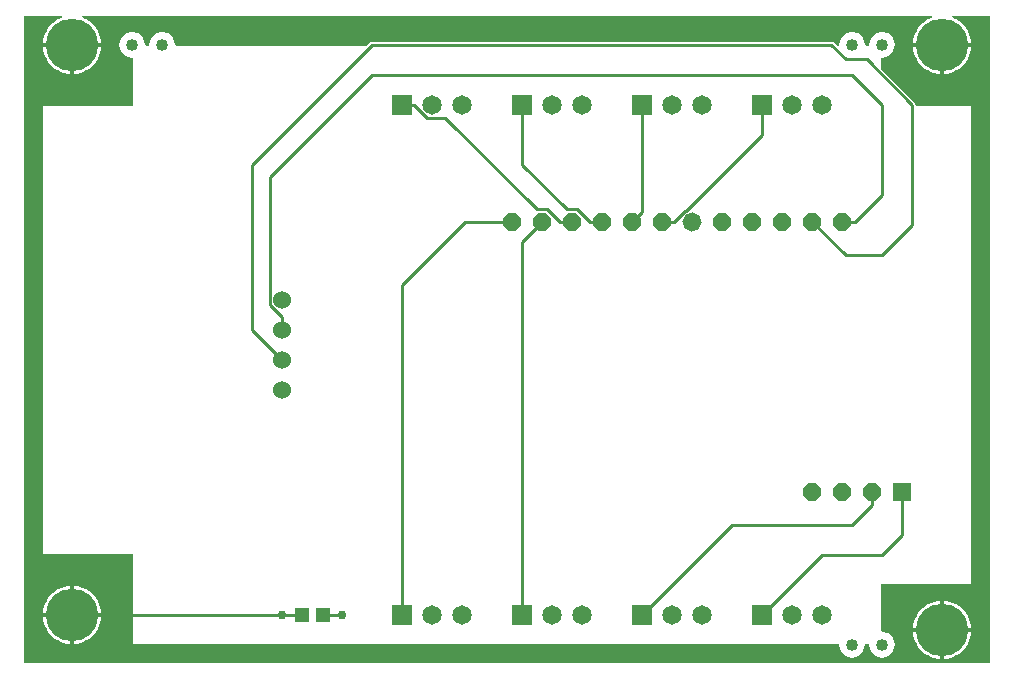
<source format=gbr>
G04 EAGLE Gerber RS-274X export*
G75*
%MOMM*%
%FSLAX34Y34*%
%LPD*%
%INTop Copper*%
%IPPOS*%
%AMOC8*
5,1,8,0,0,1.08239X$1,22.5*%
G01*
%ADD10C,1.530000*%
%ADD11R,1.651000X1.651000*%
%ADD12C,1.651000*%
%ADD13P,1.649562X8X202.500000*%
%ADD14R,1.524000X1.524000*%
%ADD15P,1.649562X8X356.700000*%
%ADD16C,1.016000*%
%ADD17C,4.445000*%
%ADD18R,1.143000X1.270000*%
%ADD19C,0.254000*%
%ADD20C,0.756400*%

G36*
X1107237Y836689D02*
X1107237Y836689D01*
X1107238Y836696D01*
X1107237Y836703D01*
X1107238Y836717D01*
X1107216Y836819D01*
X1107200Y836921D01*
X1107190Y836938D01*
X1107186Y836958D01*
X1107133Y837047D01*
X1107084Y837138D01*
X1107070Y837152D01*
X1107060Y837169D01*
X1106981Y837236D01*
X1106906Y837308D01*
X1106888Y837316D01*
X1106873Y837329D01*
X1106777Y837368D01*
X1106683Y837411D01*
X1106663Y837413D01*
X1106645Y837421D01*
X1106478Y837439D01*
X1075850Y837439D01*
X1075733Y837420D01*
X1075616Y837402D01*
X1075611Y837400D01*
X1075607Y837400D01*
X1075503Y837344D01*
X1075397Y837290D01*
X1075394Y837287D01*
X1075389Y837284D01*
X1075308Y837199D01*
X1075225Y837114D01*
X1075223Y837109D01*
X1075220Y837106D01*
X1075170Y836998D01*
X1075119Y836892D01*
X1075118Y836887D01*
X1075116Y836883D01*
X1075103Y836766D01*
X1075089Y836648D01*
X1075090Y836643D01*
X1075089Y836639D01*
X1075114Y836523D01*
X1075138Y836407D01*
X1075141Y836403D01*
X1075142Y836398D01*
X1075202Y836297D01*
X1075262Y836194D01*
X1075265Y836191D01*
X1075268Y836187D01*
X1075358Y836110D01*
X1075447Y836032D01*
X1075452Y836030D01*
X1075455Y836027D01*
X1075469Y836021D01*
X1075598Y835959D01*
X1076292Y835717D01*
X1078799Y834510D01*
X1081154Y833030D01*
X1083329Y831296D01*
X1085296Y829329D01*
X1087030Y827154D01*
X1088510Y824799D01*
X1089717Y822292D01*
X1090635Y819667D01*
X1091254Y816955D01*
X1091551Y814323D01*
X1067562Y814323D01*
X1067542Y814320D01*
X1067523Y814322D01*
X1067421Y814300D01*
X1067319Y814283D01*
X1067302Y814274D01*
X1067282Y814270D01*
X1067193Y814217D01*
X1067102Y814168D01*
X1067088Y814154D01*
X1067071Y814144D01*
X1067004Y814065D01*
X1066933Y813990D01*
X1066924Y813972D01*
X1066911Y813957D01*
X1066873Y813861D01*
X1066829Y813767D01*
X1066827Y813747D01*
X1066819Y813729D01*
X1066801Y813562D01*
X1066801Y812799D01*
X1066799Y812799D01*
X1066799Y813562D01*
X1066796Y813582D01*
X1066798Y813601D01*
X1066776Y813703D01*
X1066759Y813805D01*
X1066750Y813822D01*
X1066746Y813842D01*
X1066693Y813931D01*
X1066644Y814022D01*
X1066630Y814036D01*
X1066620Y814053D01*
X1066541Y814120D01*
X1066466Y814191D01*
X1066448Y814200D01*
X1066433Y814213D01*
X1066337Y814252D01*
X1066243Y814295D01*
X1066223Y814297D01*
X1066205Y814305D01*
X1066038Y814323D01*
X1042049Y814323D01*
X1042346Y816955D01*
X1042965Y819667D01*
X1043883Y822292D01*
X1045090Y824799D01*
X1046570Y827154D01*
X1048304Y829329D01*
X1050271Y831296D01*
X1052446Y833030D01*
X1054801Y834510D01*
X1057308Y835717D01*
X1058002Y835959D01*
X1058107Y836017D01*
X1058211Y836072D01*
X1058214Y836075D01*
X1058218Y836077D01*
X1058299Y836165D01*
X1058380Y836250D01*
X1058382Y836254D01*
X1058385Y836258D01*
X1058433Y836365D01*
X1058484Y836473D01*
X1058484Y836478D01*
X1058486Y836482D01*
X1058498Y836599D01*
X1058511Y836717D01*
X1058510Y836722D01*
X1058510Y836727D01*
X1058484Y836841D01*
X1058458Y836958D01*
X1058456Y836962D01*
X1058455Y836966D01*
X1058394Y837066D01*
X1058332Y837169D01*
X1058329Y837172D01*
X1058326Y837176D01*
X1058236Y837251D01*
X1058145Y837329D01*
X1058141Y837331D01*
X1058137Y837334D01*
X1058028Y837376D01*
X1057917Y837421D01*
X1057912Y837421D01*
X1057908Y837423D01*
X1057893Y837423D01*
X1057750Y837439D01*
X339250Y837439D01*
X339132Y837420D01*
X339016Y837402D01*
X339011Y837400D01*
X339007Y837400D01*
X338902Y837344D01*
X338797Y837290D01*
X338794Y837287D01*
X338790Y837284D01*
X338708Y837198D01*
X338625Y837114D01*
X338623Y837109D01*
X338620Y837106D01*
X338570Y836998D01*
X338519Y836892D01*
X338518Y836887D01*
X338517Y836883D01*
X338504Y836766D01*
X338489Y836648D01*
X338490Y836643D01*
X338489Y836639D01*
X338515Y836523D01*
X338538Y836407D01*
X338541Y836403D01*
X338542Y836398D01*
X338603Y836296D01*
X338662Y836194D01*
X338665Y836191D01*
X338668Y836187D01*
X338758Y836110D01*
X338847Y836032D01*
X338852Y836030D01*
X338855Y836027D01*
X338869Y836022D01*
X338998Y835959D01*
X339692Y835717D01*
X342199Y834510D01*
X344554Y833030D01*
X346729Y831296D01*
X348696Y829329D01*
X350430Y827154D01*
X351910Y824799D01*
X353117Y822292D01*
X354035Y819667D01*
X354654Y816955D01*
X354951Y814323D01*
X330962Y814323D01*
X330942Y814320D01*
X330923Y814322D01*
X330821Y814300D01*
X330719Y814283D01*
X330702Y814274D01*
X330682Y814270D01*
X330593Y814217D01*
X330502Y814168D01*
X330488Y814154D01*
X330471Y814144D01*
X330404Y814065D01*
X330333Y813990D01*
X330324Y813972D01*
X330311Y813957D01*
X330273Y813861D01*
X330229Y813767D01*
X330227Y813747D01*
X330219Y813729D01*
X330201Y813562D01*
X330201Y812799D01*
X330199Y812799D01*
X330199Y813562D01*
X330196Y813582D01*
X330198Y813601D01*
X330176Y813703D01*
X330159Y813805D01*
X330150Y813822D01*
X330146Y813842D01*
X330093Y813931D01*
X330044Y814022D01*
X330030Y814036D01*
X330020Y814053D01*
X329941Y814120D01*
X329866Y814191D01*
X329848Y814200D01*
X329833Y814213D01*
X329737Y814252D01*
X329643Y814295D01*
X329623Y814297D01*
X329605Y814305D01*
X329438Y814323D01*
X305449Y814323D01*
X305746Y816955D01*
X306365Y819667D01*
X307283Y822292D01*
X308490Y824799D01*
X309970Y827154D01*
X311704Y829329D01*
X313671Y831296D01*
X315846Y833030D01*
X318201Y834510D01*
X320708Y835717D01*
X321402Y835959D01*
X321507Y836017D01*
X321610Y836072D01*
X321614Y836075D01*
X321618Y836077D01*
X321699Y836165D01*
X321780Y836250D01*
X321782Y836254D01*
X321785Y836258D01*
X321833Y836365D01*
X321883Y836473D01*
X321884Y836478D01*
X321886Y836482D01*
X321897Y836599D01*
X321911Y836717D01*
X321910Y836722D01*
X321910Y836727D01*
X321884Y836841D01*
X321858Y836958D01*
X321856Y836962D01*
X321855Y836966D01*
X321793Y837067D01*
X321732Y837169D01*
X321729Y837172D01*
X321726Y837176D01*
X321636Y837252D01*
X321545Y837329D01*
X321541Y837331D01*
X321537Y837334D01*
X321429Y837376D01*
X321317Y837421D01*
X321312Y837421D01*
X321308Y837423D01*
X321293Y837423D01*
X321150Y837439D01*
X290322Y837439D01*
X290302Y837436D01*
X290283Y837438D01*
X290181Y837416D01*
X290079Y837400D01*
X290062Y837390D01*
X290042Y837386D01*
X289953Y837333D01*
X289862Y837284D01*
X289848Y837270D01*
X289831Y837260D01*
X289764Y837181D01*
X289692Y837106D01*
X289684Y837088D01*
X289671Y837073D01*
X289632Y836977D01*
X289589Y836883D01*
X289587Y836863D01*
X289579Y836845D01*
X289561Y836678D01*
X289561Y290322D01*
X289564Y290302D01*
X289562Y290283D01*
X289584Y290181D01*
X289600Y290079D01*
X289610Y290062D01*
X289614Y290042D01*
X289667Y289953D01*
X289716Y289862D01*
X289730Y289848D01*
X289740Y289831D01*
X289819Y289764D01*
X289894Y289692D01*
X289912Y289684D01*
X289927Y289671D01*
X290023Y289632D01*
X290117Y289589D01*
X290137Y289587D01*
X290155Y289579D01*
X290322Y289561D01*
X1106478Y289561D01*
X1106498Y289564D01*
X1106517Y289562D01*
X1106619Y289584D01*
X1106721Y289600D01*
X1106738Y289610D01*
X1106758Y289614D01*
X1106847Y289667D01*
X1106938Y289716D01*
X1106952Y289730D01*
X1106969Y289740D01*
X1107036Y289819D01*
X1107108Y289894D01*
X1107116Y289912D01*
X1107129Y289927D01*
X1107168Y290023D01*
X1107211Y290117D01*
X1107213Y290137D01*
X1107221Y290155D01*
X1107239Y290322D01*
X1107239Y836678D01*
X1107237Y836689D01*
G37*
%LPC*%
G36*
X381000Y761239D02*
X381000Y761239D01*
X381020Y761242D01*
X381039Y761240D01*
X381141Y761262D01*
X381243Y761279D01*
X381260Y761288D01*
X381280Y761292D01*
X381369Y761345D01*
X381460Y761394D01*
X381474Y761408D01*
X381491Y761418D01*
X381558Y761497D01*
X381630Y761572D01*
X381638Y761590D01*
X381651Y761605D01*
X381690Y761701D01*
X381733Y761795D01*
X381735Y761815D01*
X381743Y761833D01*
X381761Y762000D01*
X381761Y800930D01*
X381758Y800950D01*
X381760Y800970D01*
X381755Y800993D01*
X381756Y801017D01*
X381734Y801094D01*
X381722Y801173D01*
X381712Y801191D01*
X381708Y801210D01*
X381696Y801231D01*
X381689Y801254D01*
X381644Y801320D01*
X381606Y801390D01*
X381592Y801404D01*
X381582Y801421D01*
X381563Y801437D01*
X381550Y801457D01*
X381486Y801505D01*
X381428Y801560D01*
X381410Y801568D01*
X381395Y801581D01*
X381372Y801590D01*
X381353Y801605D01*
X381218Y801658D01*
X381205Y801663D01*
X381202Y801664D01*
X381197Y801666D01*
X375459Y803203D01*
X371403Y807259D01*
X369918Y812800D01*
X371403Y818341D01*
X375459Y822397D01*
X381000Y823882D01*
X386541Y822397D01*
X390597Y818341D01*
X392134Y812603D01*
X392152Y812563D01*
X392162Y812520D01*
X392203Y812452D01*
X392236Y812379D01*
X392265Y812347D01*
X392288Y812309D01*
X392349Y812257D01*
X392403Y812199D01*
X392441Y812178D01*
X392475Y812149D01*
X392549Y812119D01*
X392619Y812081D01*
X392662Y812074D01*
X392703Y812057D01*
X392848Y812041D01*
X392861Y812039D01*
X392865Y812039D01*
X392870Y812039D01*
X394530Y812039D01*
X394574Y812046D01*
X394617Y812044D01*
X394694Y812066D01*
X394773Y812079D01*
X394812Y812099D01*
X394854Y812111D01*
X394920Y812156D01*
X394990Y812194D01*
X395021Y812225D01*
X395057Y812250D01*
X395105Y812314D01*
X395160Y812372D01*
X395178Y812412D01*
X395205Y812447D01*
X395258Y812583D01*
X395263Y812595D01*
X395264Y812598D01*
X395266Y812603D01*
X396803Y818341D01*
X400859Y822397D01*
X406400Y823882D01*
X411941Y822397D01*
X415997Y818341D01*
X417534Y812603D01*
X417552Y812563D01*
X417562Y812520D01*
X417603Y812452D01*
X417636Y812379D01*
X417665Y812347D01*
X417688Y812309D01*
X417749Y812257D01*
X417803Y812199D01*
X417841Y812178D01*
X417875Y812149D01*
X417949Y812119D01*
X418019Y812081D01*
X418062Y812074D01*
X418103Y812057D01*
X418248Y812041D01*
X418261Y812039D01*
X418265Y812039D01*
X418270Y812039D01*
X579171Y812039D01*
X579261Y812054D01*
X579352Y812061D01*
X579382Y812073D01*
X579414Y812079D01*
X579495Y812121D01*
X579578Y812157D01*
X579611Y812183D01*
X579631Y812194D01*
X579653Y812217D01*
X579709Y812262D01*
X583042Y815595D01*
X974253Y815595D01*
X977586Y812262D01*
X977660Y812209D01*
X977729Y812149D01*
X977759Y812137D01*
X977786Y812118D01*
X977873Y812091D01*
X977957Y812057D01*
X977998Y812053D01*
X978021Y812046D01*
X978053Y812047D01*
X978124Y812039D01*
X978730Y812039D01*
X978774Y812046D01*
X978817Y812044D01*
X978894Y812066D01*
X978973Y812079D01*
X979012Y812099D01*
X979054Y812111D01*
X979120Y812156D01*
X979190Y812194D01*
X979221Y812225D01*
X979257Y812250D01*
X979305Y812314D01*
X979360Y812372D01*
X979378Y812412D01*
X979405Y812447D01*
X979458Y812583D01*
X979463Y812595D01*
X979464Y812598D01*
X979466Y812603D01*
X981003Y818341D01*
X985059Y822397D01*
X990600Y823882D01*
X996141Y822397D01*
X1000197Y818341D01*
X1001734Y812603D01*
X1001752Y812563D01*
X1001762Y812520D01*
X1001803Y812452D01*
X1001836Y812379D01*
X1001865Y812347D01*
X1001888Y812309D01*
X1001949Y812257D01*
X1002003Y812199D01*
X1002041Y812178D01*
X1002075Y812149D01*
X1002149Y812119D01*
X1002219Y812081D01*
X1002262Y812074D01*
X1002303Y812057D01*
X1002448Y812041D01*
X1002461Y812039D01*
X1002465Y812039D01*
X1002470Y812039D01*
X1004130Y812039D01*
X1004174Y812046D01*
X1004217Y812044D01*
X1004294Y812066D01*
X1004373Y812079D01*
X1004412Y812099D01*
X1004454Y812111D01*
X1004520Y812156D01*
X1004590Y812194D01*
X1004621Y812225D01*
X1004657Y812250D01*
X1004705Y812314D01*
X1004760Y812372D01*
X1004778Y812412D01*
X1004805Y812447D01*
X1004858Y812583D01*
X1004863Y812595D01*
X1004864Y812598D01*
X1004866Y812603D01*
X1006403Y818341D01*
X1010459Y822397D01*
X1016000Y823882D01*
X1021541Y822397D01*
X1025597Y818341D01*
X1027082Y812800D01*
X1025597Y807259D01*
X1021541Y803203D01*
X1015803Y801666D01*
X1015763Y801648D01*
X1015720Y801638D01*
X1015652Y801597D01*
X1015579Y801564D01*
X1015547Y801535D01*
X1015509Y801512D01*
X1015457Y801451D01*
X1015399Y801397D01*
X1015378Y801359D01*
X1015349Y801325D01*
X1015319Y801251D01*
X1015281Y801181D01*
X1015274Y801138D01*
X1015257Y801097D01*
X1015241Y800952D01*
X1015239Y800939D01*
X1015239Y800935D01*
X1015239Y800930D01*
X1015239Y792429D01*
X1015254Y792339D01*
X1015261Y792248D01*
X1015273Y792218D01*
X1015279Y792186D01*
X1015321Y792105D01*
X1015357Y792022D01*
X1015383Y791989D01*
X1015394Y791969D01*
X1015417Y791947D01*
X1015462Y791891D01*
X1044195Y763158D01*
X1044195Y762000D01*
X1044198Y761980D01*
X1044196Y761961D01*
X1044218Y761859D01*
X1044234Y761757D01*
X1044244Y761740D01*
X1044248Y761720D01*
X1044301Y761631D01*
X1044350Y761540D01*
X1044364Y761526D01*
X1044374Y761509D01*
X1044453Y761442D01*
X1044528Y761371D01*
X1044546Y761362D01*
X1044561Y761349D01*
X1044657Y761310D01*
X1044751Y761267D01*
X1044771Y761265D01*
X1044789Y761257D01*
X1044956Y761239D01*
X1091439Y761239D01*
X1091439Y356361D01*
X1016000Y356361D01*
X1015980Y356358D01*
X1015961Y356360D01*
X1015859Y356338D01*
X1015757Y356322D01*
X1015740Y356312D01*
X1015720Y356308D01*
X1015631Y356255D01*
X1015540Y356206D01*
X1015526Y356192D01*
X1015509Y356182D01*
X1015442Y356103D01*
X1015371Y356028D01*
X1015362Y356010D01*
X1015349Y355995D01*
X1015310Y355899D01*
X1015267Y355805D01*
X1015265Y355785D01*
X1015257Y355767D01*
X1015239Y355600D01*
X1015239Y316670D01*
X1015246Y316626D01*
X1015244Y316583D01*
X1015266Y316506D01*
X1015279Y316427D01*
X1015299Y316388D01*
X1015311Y316346D01*
X1015356Y316280D01*
X1015394Y316210D01*
X1015425Y316179D01*
X1015450Y316143D01*
X1015514Y316095D01*
X1015572Y316040D01*
X1015612Y316022D01*
X1015647Y315995D01*
X1015783Y315942D01*
X1015795Y315937D01*
X1015798Y315936D01*
X1015803Y315934D01*
X1021541Y314397D01*
X1025597Y310341D01*
X1027082Y304800D01*
X1025597Y299259D01*
X1021541Y295203D01*
X1016000Y293718D01*
X1010459Y295203D01*
X1006403Y299259D01*
X1004866Y304997D01*
X1004856Y305019D01*
X1004852Y305043D01*
X1004844Y305058D01*
X1004842Y305066D01*
X1004841Y305067D01*
X1004838Y305080D01*
X1004797Y305149D01*
X1004764Y305221D01*
X1004748Y305239D01*
X1004737Y305260D01*
X1004722Y305274D01*
X1004712Y305291D01*
X1004651Y305343D01*
X1004597Y305401D01*
X1004576Y305413D01*
X1004558Y305430D01*
X1004540Y305438D01*
X1004525Y305451D01*
X1004451Y305481D01*
X1004381Y305519D01*
X1004357Y305523D01*
X1004335Y305533D01*
X1004316Y305535D01*
X1004297Y305543D01*
X1004152Y305559D01*
X1004139Y305561D01*
X1004135Y305561D01*
X1004130Y305561D01*
X1002470Y305561D01*
X1002450Y305558D01*
X1002430Y305560D01*
X1002407Y305555D01*
X1002383Y305556D01*
X1002306Y305534D01*
X1002227Y305522D01*
X1002209Y305512D01*
X1002190Y305508D01*
X1002169Y305496D01*
X1002146Y305489D01*
X1002080Y305444D01*
X1002010Y305406D01*
X1001996Y305392D01*
X1001979Y305382D01*
X1001963Y305363D01*
X1001943Y305350D01*
X1001895Y305286D01*
X1001840Y305228D01*
X1001832Y305210D01*
X1001819Y305195D01*
X1001810Y305172D01*
X1001795Y305153D01*
X1001742Y305018D01*
X1001737Y305005D01*
X1001736Y305002D01*
X1001734Y304997D01*
X1000197Y299259D01*
X996141Y295203D01*
X990600Y293718D01*
X985059Y295203D01*
X981003Y299259D01*
X979466Y304997D01*
X979456Y305019D01*
X979452Y305043D01*
X979444Y305058D01*
X979442Y305066D01*
X979441Y305067D01*
X979438Y305080D01*
X979397Y305149D01*
X979364Y305221D01*
X979348Y305239D01*
X979337Y305260D01*
X979322Y305274D01*
X979312Y305291D01*
X979251Y305343D01*
X979197Y305401D01*
X979176Y305413D01*
X979158Y305430D01*
X979140Y305438D01*
X979125Y305451D01*
X979051Y305481D01*
X978981Y305519D01*
X978957Y305523D01*
X978935Y305533D01*
X978916Y305535D01*
X978897Y305543D01*
X978752Y305559D01*
X978739Y305561D01*
X978735Y305561D01*
X978730Y305561D01*
X381761Y305561D01*
X381761Y381000D01*
X381758Y381020D01*
X381760Y381039D01*
X381738Y381141D01*
X381722Y381243D01*
X381712Y381260D01*
X381708Y381280D01*
X381655Y381369D01*
X381606Y381460D01*
X381592Y381474D01*
X381582Y381491D01*
X381503Y381558D01*
X381428Y381630D01*
X381410Y381638D01*
X381395Y381651D01*
X381299Y381690D01*
X381205Y381733D01*
X381185Y381735D01*
X381167Y381743D01*
X381000Y381761D01*
X305561Y381761D01*
X305561Y761239D01*
X381000Y761239D01*
G37*
%LPD*%
%LPC*%
G36*
X1068323Y319023D02*
X1068323Y319023D01*
X1068323Y342251D01*
X1070955Y341954D01*
X1073628Y341344D01*
X1073667Y341335D01*
X1076292Y340417D01*
X1078799Y339210D01*
X1081154Y337730D01*
X1083329Y335996D01*
X1085296Y334029D01*
X1087030Y331854D01*
X1088510Y329499D01*
X1089717Y326992D01*
X1090635Y324367D01*
X1091254Y321655D01*
X1091551Y319023D01*
X1068323Y319023D01*
G37*
%LPD*%
%LPC*%
G36*
X331723Y331723D02*
X331723Y331723D01*
X331723Y354951D01*
X334355Y354654D01*
X335971Y354285D01*
X337067Y354035D01*
X339692Y353117D01*
X342199Y351910D01*
X344554Y350430D01*
X346729Y348696D01*
X348696Y346729D01*
X350430Y344554D01*
X351910Y342199D01*
X353117Y339692D01*
X354035Y337067D01*
X354654Y334355D01*
X354951Y331723D01*
X331723Y331723D01*
G37*
%LPD*%
%LPC*%
G36*
X1042049Y319023D02*
X1042049Y319023D01*
X1042346Y321655D01*
X1042965Y324367D01*
X1043883Y326992D01*
X1045090Y329499D01*
X1046570Y331854D01*
X1048304Y334029D01*
X1050271Y335996D01*
X1052446Y337730D01*
X1054801Y339210D01*
X1057308Y340417D01*
X1059933Y341335D01*
X1062645Y341954D01*
X1065277Y342251D01*
X1065277Y319023D01*
X1042049Y319023D01*
G37*
%LPD*%
%LPC*%
G36*
X305449Y331723D02*
X305449Y331723D01*
X305746Y334355D01*
X306365Y337067D01*
X307283Y339692D01*
X308490Y342199D01*
X309970Y344554D01*
X311704Y346729D01*
X313671Y348696D01*
X315846Y350430D01*
X318201Y351910D01*
X320708Y353117D01*
X323333Y354035D01*
X326045Y354654D01*
X328677Y354951D01*
X328677Y331723D01*
X305449Y331723D01*
G37*
%LPD*%
%LPC*%
G36*
X1068323Y315977D02*
X1068323Y315977D01*
X1091551Y315977D01*
X1091254Y313345D01*
X1090635Y310633D01*
X1089717Y308008D01*
X1088510Y305501D01*
X1087030Y303146D01*
X1085296Y300971D01*
X1083329Y299004D01*
X1081154Y297270D01*
X1078799Y295790D01*
X1076292Y294583D01*
X1073667Y293665D01*
X1070955Y293046D01*
X1068323Y292749D01*
X1068323Y315977D01*
G37*
%LPD*%
%LPC*%
G36*
X331723Y328677D02*
X331723Y328677D01*
X354951Y328677D01*
X354654Y326045D01*
X354035Y323333D01*
X353117Y320708D01*
X351910Y318201D01*
X350430Y315846D01*
X348696Y313671D01*
X346729Y311704D01*
X344554Y309970D01*
X342199Y308490D01*
X339692Y307283D01*
X337067Y306365D01*
X334355Y305746D01*
X331723Y305449D01*
X331723Y328677D01*
G37*
%LPD*%
%LPC*%
G36*
X331723Y811277D02*
X331723Y811277D01*
X354951Y811277D01*
X354654Y808645D01*
X354035Y805933D01*
X353117Y803308D01*
X351910Y800801D01*
X350430Y798446D01*
X348696Y796271D01*
X346729Y794304D01*
X344554Y792570D01*
X342199Y791090D01*
X339692Y789883D01*
X337067Y788965D01*
X334355Y788346D01*
X331723Y788049D01*
X331723Y811277D01*
G37*
%LPD*%
%LPC*%
G36*
X1068323Y811277D02*
X1068323Y811277D01*
X1091551Y811277D01*
X1091254Y808645D01*
X1090635Y805933D01*
X1089717Y803308D01*
X1088510Y800801D01*
X1087030Y798446D01*
X1085296Y796271D01*
X1083329Y794304D01*
X1081154Y792570D01*
X1078799Y791090D01*
X1076292Y789883D01*
X1073667Y788965D01*
X1070955Y788346D01*
X1068323Y788049D01*
X1068323Y811277D01*
G37*
%LPD*%
%LPC*%
G36*
X326045Y305746D02*
X326045Y305746D01*
X323661Y306290D01*
X323333Y306365D01*
X320708Y307283D01*
X318201Y308490D01*
X315846Y309970D01*
X313671Y311704D01*
X311704Y313671D01*
X309970Y315846D01*
X308490Y318201D01*
X307283Y320708D01*
X306365Y323333D01*
X305746Y326045D01*
X305449Y328677D01*
X328677Y328677D01*
X328677Y305449D01*
X326045Y305746D01*
G37*
%LPD*%
%LPC*%
G36*
X1062645Y293046D02*
X1062645Y293046D01*
X1061318Y293348D01*
X1061318Y293349D01*
X1059933Y293665D01*
X1057308Y294583D01*
X1054801Y295790D01*
X1052446Y297270D01*
X1050271Y299004D01*
X1048304Y300971D01*
X1046570Y303146D01*
X1045090Y305501D01*
X1043883Y308008D01*
X1042965Y310633D01*
X1042346Y313345D01*
X1042049Y315977D01*
X1065277Y315977D01*
X1065277Y292749D01*
X1062645Y293046D01*
G37*
%LPD*%
%LPC*%
G36*
X326045Y788346D02*
X326045Y788346D01*
X324585Y788679D01*
X324584Y788679D01*
X323333Y788965D01*
X320708Y789883D01*
X318201Y791090D01*
X315846Y792570D01*
X313671Y794304D01*
X311704Y796271D01*
X309970Y798446D01*
X308490Y800801D01*
X307283Y803308D01*
X306365Y805933D01*
X305746Y808645D01*
X305449Y811277D01*
X328677Y811277D01*
X328677Y788049D01*
X326045Y788346D01*
G37*
%LPD*%
%LPC*%
G36*
X1062645Y788346D02*
X1062645Y788346D01*
X1061185Y788679D01*
X1061184Y788679D01*
X1059933Y788965D01*
X1057308Y789883D01*
X1054801Y791090D01*
X1052446Y792570D01*
X1050271Y794304D01*
X1048304Y796271D01*
X1046570Y798446D01*
X1045090Y800801D01*
X1043883Y803308D01*
X1042965Y805933D01*
X1042346Y808645D01*
X1042049Y811277D01*
X1065277Y811277D01*
X1065277Y788049D01*
X1062645Y788346D01*
G37*
%LPD*%
%LPC*%
G36*
X1066799Y317499D02*
X1066799Y317499D01*
X1066799Y317501D01*
X1066801Y317501D01*
X1066801Y317499D01*
X1066799Y317499D01*
G37*
%LPD*%
%LPC*%
G36*
X330199Y330199D02*
X330199Y330199D01*
X330199Y330201D01*
X330201Y330201D01*
X330201Y330199D01*
X330199Y330199D01*
G37*
%LPD*%
D10*
X508000Y571500D03*
X508000Y546100D03*
X508000Y520700D03*
X508000Y596900D03*
D11*
X914400Y762000D03*
D12*
X939800Y762000D03*
X965200Y762000D03*
D11*
X812800Y762000D03*
D12*
X838200Y762000D03*
X863600Y762000D03*
D11*
X711200Y762000D03*
D12*
X736600Y762000D03*
X762000Y762000D03*
D11*
X609600Y762000D03*
D12*
X635000Y762000D03*
X660400Y762000D03*
D13*
X982300Y663200D03*
X956900Y663200D03*
X931500Y663200D03*
X906100Y663200D03*
X702900Y663200D03*
X728300Y663200D03*
D14*
X1033100Y434600D03*
D13*
X1007700Y434600D03*
X779100Y663200D03*
X753700Y663200D03*
X829900Y663200D03*
X804500Y663200D03*
X982300Y434600D03*
X956900Y434600D03*
X880700Y663200D03*
D15*
X855300Y663200D03*
D11*
X711200Y330200D03*
D12*
X736600Y330200D03*
X762000Y330200D03*
D11*
X609600Y330200D03*
D12*
X635000Y330200D03*
X660400Y330200D03*
D11*
X914400Y330200D03*
D12*
X939800Y330200D03*
X965200Y330200D03*
D11*
X812800Y330200D03*
D12*
X838200Y330200D03*
X863600Y330200D03*
D16*
X990600Y812800D03*
X990600Y304800D03*
X1016000Y304800D03*
X406400Y812800D03*
X1016000Y812800D03*
X381000Y812800D03*
D17*
X330200Y330200D03*
X1066800Y317500D03*
X1066800Y812800D03*
X330200Y812800D03*
D18*
X524510Y330200D03*
X542290Y330200D03*
D19*
X558800Y330200D01*
D20*
X558800Y330200D03*
D19*
X711200Y646100D02*
X728300Y663200D01*
X711200Y646100D02*
X711200Y330200D01*
X609600Y330200D02*
X609600Y609600D01*
X663200Y663200D02*
X702900Y663200D01*
X663200Y663200D02*
X609600Y609600D01*
X914400Y330200D02*
X965200Y381000D01*
X1016000Y381000D01*
X1033100Y398100D01*
X1033100Y434600D01*
X889000Y406400D02*
X812800Y330200D01*
X889000Y406400D02*
X990600Y406400D01*
X1007700Y423500D01*
X1007700Y434600D01*
X619374Y762000D02*
X609600Y762000D01*
X619374Y762000D02*
X630423Y750951D01*
X646049Y750951D01*
X743028Y663200D02*
X753700Y663200D01*
X732614Y673614D02*
X723386Y673614D01*
X732614Y673614D02*
X743028Y663200D01*
X723386Y673614D02*
X646049Y750951D01*
X711200Y762000D02*
X711200Y711200D01*
X748786Y673614D01*
X768428Y663200D02*
X779100Y663200D01*
X758014Y673614D02*
X748786Y673614D01*
X758014Y673614D02*
X768428Y663200D01*
X804500Y663200D02*
X812800Y671500D01*
X812800Y762000D01*
X914400Y762000D02*
X914400Y736600D01*
X839385Y663200D02*
X829900Y663200D01*
X848664Y672479D02*
X850279Y672479D01*
X848664Y672479D02*
X839385Y663200D01*
X850279Y672479D02*
X914400Y736600D01*
X508000Y582130D02*
X508000Y571500D01*
X508000Y582130D02*
X497556Y592574D01*
X497556Y700756D01*
X584200Y787400D01*
X990600Y787400D01*
X1016000Y762000D01*
X1016000Y685800D01*
X993400Y663200D01*
X982300Y663200D01*
X508000Y546100D02*
X482600Y571500D01*
X482600Y711200D01*
X584200Y812800D01*
X973095Y812800D02*
X985473Y800422D01*
X1002978Y800422D01*
X1041400Y762000D02*
X1041400Y660400D01*
X1016000Y635000D01*
X985100Y635000D02*
X956900Y663200D01*
X973095Y812800D02*
X584200Y812800D01*
X1002978Y800422D02*
X1041400Y762000D01*
X1016000Y635000D02*
X985100Y635000D01*
X524510Y330200D02*
X508000Y330200D01*
D20*
X508000Y330200D03*
D19*
X330200Y330200D01*
M02*

</source>
